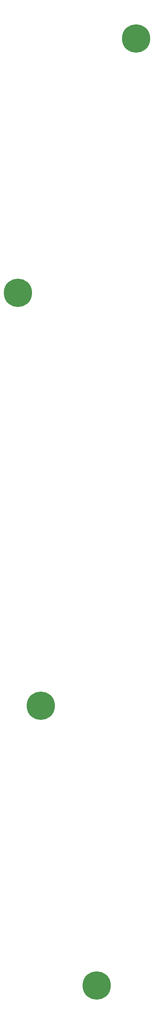
<source format=gbr>
G04 #@! TF.FileFunction,Soldermask,Bot*
%FSLAX46Y46*%
G04 Gerber Fmt 4.6, Leading zero omitted, Abs format (unit mm)*
G04 Created by KiCad (PCBNEW 4.0.6) date 04/30/18 13:43:07*
%MOMM*%
%LPD*%
G01*
G04 APERTURE LIST*
%ADD10C,0.100000*%
%ADD11C,6.800000*%
G04 APERTURE END LIST*
D10*
D11*
X58500000Y-295000000D03*
X39500000Y-129000000D03*
X68000000Y-68000000D03*
X45000000Y-228000000D03*
M02*

</source>
